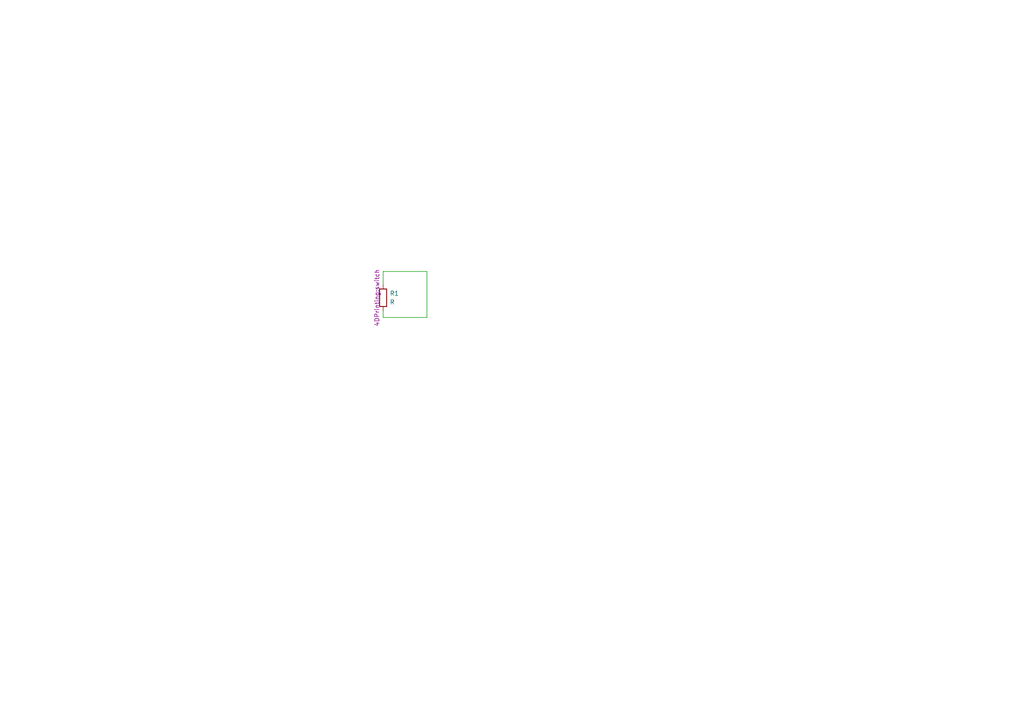
<source format=kicad_sch>
(kicad_sch (version 20211123) (generator eeschema)
  (paper "A4")
  (lib_symbols
    (symbol "Device:R" (pin_numbers hide) (pin_names (offset 0))
      (property "Reference" "R" (at 2.032 0 90))
      (property "Value" "R" (at 0 0 90))
      (symbol "R_0_1"
        (rectangle (start -1.016 -2.54) (end 1.016 2.54) (stroke (width 0.254)))
      )
      (symbol "R_1_1"
        (pin passive line (at 0 3.81 270) (length 1.27) (name "~") (number "1"))
        (pin passive line (at 0 -3.81 90) (length 1.27) (name "~") (number "2"))
      )
    )
  )
  (wire (pts (xy 111.125 82.55) (xy 111.125 78.74)))
  (wire (pts (xy 111.125 78.74) (xy 123.825 78.74)))
  (wire (pts (xy 123.825 78.74) (xy 123.825 92.075)))
  (wire (pts (xy 123.825 92.075) (xy 111.125 92.075)))
  (wire (pts (xy 111.125 92.075) (xy 111.125 90.17)))
  (symbol (lib_id "Device:R") (at 111.125 86.36 0) (unit 1)
    (property "Reference" "R1" (at 113.03 85.0899 0) (effects (justify left)))
    (property "Value" "R" (at 113.03 87.6299 0) (effects (justify left)))
    (property "Footprint" "4DPrinting:switch" (at 109.347 86.36 90))
  )
)
</source>
